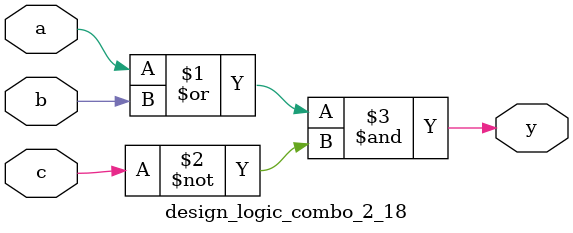
<source format=sv>
module design_logic_combo_2_18(input logic a,b,c, output logic y);
  assign y = (a | b) & (~c);
endmodule

</source>
